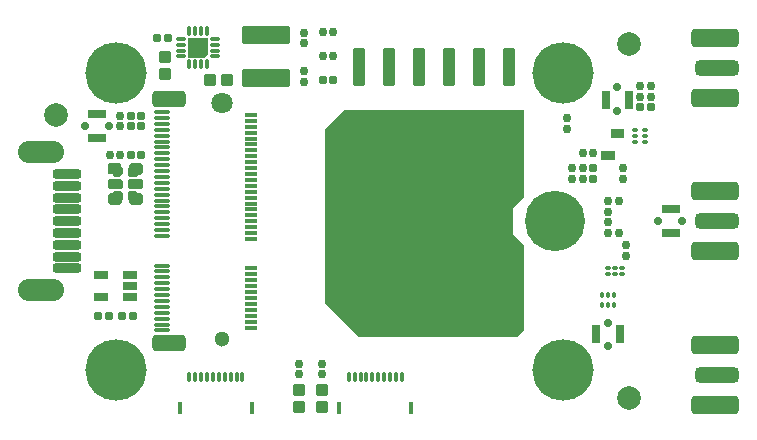
<source format=gts>
G04*
G04 #@! TF.GenerationSoftware,Altium Limited,Altium Designer,20.1.12 (249)*
G04*
G04 Layer_Color=8388736*
%FSLAX44Y44*%
%MOMM*%
G71*
G04*
G04 #@! TF.SameCoordinates,A9FEEA33-96DE-4984-9D73-42BCD588803D*
G04*
G04*
G04 #@! TF.FilePolarity,Negative*
G04*
G01*
G75*
G04:AMPARAMS|DCode=47|XSize=1.6mm|YSize=0.7mm|CornerRadius=0.2mm|HoleSize=0mm|Usage=FLASHONLY|Rotation=180.000|XOffset=0mm|YOffset=0mm|HoleType=Round|Shape=RoundedRectangle|*
%AMROUNDEDRECTD47*
21,1,1.6000,0.3000,0,0,180.0*
21,1,1.2000,0.7000,0,0,180.0*
1,1,0.4000,-0.6000,0.1500*
1,1,0.4000,0.6000,0.1500*
1,1,0.4000,0.6000,-0.1500*
1,1,0.4000,-0.6000,-0.1500*
%
%ADD47ROUNDEDRECTD47*%
G04:AMPARAMS|DCode=48|XSize=0.75mm|YSize=0.6mm|CornerRadius=0.175mm|HoleSize=0mm|Usage=FLASHONLY|Rotation=180.000|XOffset=0mm|YOffset=0mm|HoleType=Round|Shape=RoundedRectangle|*
%AMROUNDEDRECTD48*
21,1,0.7500,0.2500,0,0,180.0*
21,1,0.4000,0.6000,0,0,180.0*
1,1,0.3500,-0.2000,0.1250*
1,1,0.3500,0.2000,0.1250*
1,1,0.3500,0.2000,-0.1250*
1,1,0.3500,-0.2000,-0.1250*
%
%ADD48ROUNDEDRECTD48*%
G04:AMPARAMS|DCode=49|XSize=0.65mm|YSize=0.6mm|CornerRadius=0.175mm|HoleSize=0mm|Usage=FLASHONLY|Rotation=180.000|XOffset=0mm|YOffset=0mm|HoleType=Round|Shape=RoundedRectangle|*
%AMROUNDEDRECTD49*
21,1,0.6500,0.2500,0,0,180.0*
21,1,0.3000,0.6000,0,0,180.0*
1,1,0.3500,-0.1500,0.1250*
1,1,0.3500,0.1500,0.1250*
1,1,0.3500,0.1500,-0.1250*
1,1,0.3500,-0.1500,-0.1250*
%
%ADD49ROUNDEDRECTD49*%
G04:AMPARAMS|DCode=50|XSize=1.3mm|YSize=3.7mm|CornerRadius=0.35mm|HoleSize=0mm|Usage=FLASHONLY|Rotation=90.000|XOffset=0mm|YOffset=0mm|HoleType=Round|Shape=RoundedRectangle|*
%AMROUNDEDRECTD50*
21,1,1.3000,3.0000,0,0,90.0*
21,1,0.6000,3.7000,0,0,90.0*
1,1,0.7000,1.5000,0.3000*
1,1,0.7000,1.5000,-0.3000*
1,1,0.7000,-1.5000,-0.3000*
1,1,0.7000,-1.5000,0.3000*
%
%ADD50ROUNDEDRECTD50*%
G04:AMPARAMS|DCode=51|XSize=1.6mm|YSize=4.1mm|CornerRadius=0.425mm|HoleSize=0mm|Usage=FLASHONLY|Rotation=90.000|XOffset=0mm|YOffset=0mm|HoleType=Round|Shape=RoundedRectangle|*
%AMROUNDEDRECTD51*
21,1,1.6000,3.2500,0,0,90.0*
21,1,0.7500,4.1000,0,0,90.0*
1,1,0.8500,1.6250,0.3750*
1,1,0.8500,1.6250,-0.3750*
1,1,0.8500,-1.6250,-0.3750*
1,1,0.8500,-1.6250,0.3750*
%
%ADD51ROUNDEDRECTD51*%
G04:AMPARAMS|DCode=52|XSize=0.65mm|YSize=0.65mm|CornerRadius=0.1875mm|HoleSize=0mm|Usage=FLASHONLY|Rotation=90.000|XOffset=0mm|YOffset=0mm|HoleType=Round|Shape=RoundedRectangle|*
%AMROUNDEDRECTD52*
21,1,0.6500,0.2750,0,0,90.0*
21,1,0.2750,0.6500,0,0,90.0*
1,1,0.3750,0.1375,0.1375*
1,1,0.3750,0.1375,-0.1375*
1,1,0.3750,-0.1375,-0.1375*
1,1,0.3750,-0.1375,0.1375*
%
%ADD52ROUNDEDRECTD52*%
G04:AMPARAMS|DCode=53|XSize=1.6mm|YSize=4.1mm|CornerRadius=0.275mm|HoleSize=0mm|Usage=FLASHONLY|Rotation=270.000|XOffset=0mm|YOffset=0mm|HoleType=Round|Shape=RoundedRectangle|*
%AMROUNDEDRECTD53*
21,1,1.6000,3.5500,0,0,270.0*
21,1,1.0500,4.1000,0,0,270.0*
1,1,0.5500,-1.7750,-0.5250*
1,1,0.5500,-1.7750,0.5250*
1,1,0.5500,1.7750,0.5250*
1,1,0.5500,1.7750,-0.5250*
%
%ADD53ROUNDEDRECTD53*%
G04:AMPARAMS|DCode=54|XSize=0.85mm|YSize=0.36mm|CornerRadius=0.115mm|HoleSize=0mm|Usage=FLASHONLY|Rotation=0.000|XOffset=0mm|YOffset=0mm|HoleType=Round|Shape=RoundedRectangle|*
%AMROUNDEDRECTD54*
21,1,0.8500,0.1300,0,0,0.0*
21,1,0.6200,0.3600,0,0,0.0*
1,1,0.2300,0.3100,-0.0650*
1,1,0.2300,-0.3100,-0.0650*
1,1,0.2300,-0.3100,0.0650*
1,1,0.2300,0.3100,0.0650*
%
%ADD54ROUNDEDRECTD54*%
G04:AMPARAMS|DCode=55|XSize=0.85mm|YSize=0.36mm|CornerRadius=0.115mm|HoleSize=0mm|Usage=FLASHONLY|Rotation=90.000|XOffset=0mm|YOffset=0mm|HoleType=Round|Shape=RoundedRectangle|*
%AMROUNDEDRECTD55*
21,1,0.8500,0.1300,0,0,90.0*
21,1,0.6200,0.3600,0,0,90.0*
1,1,0.2300,0.0650,0.3100*
1,1,0.2300,0.0650,-0.3100*
1,1,0.2300,-0.0650,-0.3100*
1,1,0.2300,-0.0650,0.3100*
%
%ADD55ROUNDEDRECTD55*%
%ADD56C,0.1254*%
G04:AMPARAMS|DCode=57|XSize=0.7mm|YSize=0.7mm|CornerRadius=0.2mm|HoleSize=0mm|Usage=FLASHONLY|Rotation=0.000|XOffset=0mm|YOffset=0mm|HoleType=Round|Shape=RoundedRectangle|*
%AMROUNDEDRECTD57*
21,1,0.7000,0.3000,0,0,0.0*
21,1,0.3000,0.7000,0,0,0.0*
1,1,0.4000,0.1500,-0.1500*
1,1,0.4000,-0.1500,-0.1500*
1,1,0.4000,-0.1500,0.1500*
1,1,0.4000,0.1500,0.1500*
%
%ADD57ROUNDEDRECTD57*%
G04:AMPARAMS|DCode=58|XSize=0.65mm|YSize=0.65mm|CornerRadius=0.1875mm|HoleSize=0mm|Usage=FLASHONLY|Rotation=180.000|XOffset=0mm|YOffset=0mm|HoleType=Round|Shape=RoundedRectangle|*
%AMROUNDEDRECTD58*
21,1,0.6500,0.2750,0,0,180.0*
21,1,0.2750,0.6500,0,0,180.0*
1,1,0.3750,-0.1375,0.1375*
1,1,0.3750,0.1375,0.1375*
1,1,0.3750,0.1375,-0.1375*
1,1,0.3750,-0.1375,-0.1375*
%
%ADD58ROUNDEDRECTD58*%
G04:AMPARAMS|DCode=59|XSize=0.4mm|YSize=1.1mm|CornerRadius=0.125mm|HoleSize=0mm|Usage=FLASHONLY|Rotation=0.000|XOffset=0mm|YOffset=0mm|HoleType=Round|Shape=RoundedRectangle|*
%AMROUNDEDRECTD59*
21,1,0.4000,0.8500,0,0,0.0*
21,1,0.1500,1.1000,0,0,0.0*
1,1,0.2500,0.0750,-0.4250*
1,1,0.2500,-0.0750,-0.4250*
1,1,0.2500,-0.0750,0.4250*
1,1,0.2500,0.0750,0.4250*
%
%ADD59ROUNDEDRECTD59*%
G04:AMPARAMS|DCode=60|XSize=0.4mm|YSize=0.8mm|CornerRadius=0.125mm|HoleSize=0mm|Usage=FLASHONLY|Rotation=0.000|XOffset=0mm|YOffset=0mm|HoleType=Round|Shape=RoundedRectangle|*
%AMROUNDEDRECTD60*
21,1,0.4000,0.5500,0,0,0.0*
21,1,0.1500,0.8000,0,0,0.0*
1,1,0.2500,0.0750,-0.2750*
1,1,0.2500,-0.0750,-0.2750*
1,1,0.2500,-0.0750,0.2750*
1,1,0.2500,0.0750,0.2750*
%
%ADD60ROUNDEDRECTD60*%
G04:AMPARAMS|DCode=61|XSize=1.05mm|YSize=1.1mm|CornerRadius=0.2875mm|HoleSize=0mm|Usage=FLASHONLY|Rotation=270.000|XOffset=0mm|YOffset=0mm|HoleType=Round|Shape=RoundedRectangle|*
%AMROUNDEDRECTD61*
21,1,1.0500,0.5250,0,0,270.0*
21,1,0.4750,1.1000,0,0,270.0*
1,1,0.5750,-0.2625,-0.2375*
1,1,0.5750,-0.2625,0.2375*
1,1,0.5750,0.2625,0.2375*
1,1,0.5750,0.2625,-0.2375*
%
%ADD61ROUNDEDRECTD61*%
G04:AMPARAMS|DCode=62|XSize=0.45mm|YSize=0.35mm|CornerRadius=0.0813mm|HoleSize=0mm|Usage=FLASHONLY|Rotation=270.000|XOffset=0mm|YOffset=0mm|HoleType=Round|Shape=RoundedRectangle|*
%AMROUNDEDRECTD62*
21,1,0.4500,0.1875,0,0,270.0*
21,1,0.2875,0.3500,0,0,270.0*
1,1,0.1625,-0.0938,-0.1438*
1,1,0.1625,-0.0938,0.1438*
1,1,0.1625,0.0938,0.1438*
1,1,0.1625,0.0938,-0.1438*
%
%ADD62ROUNDEDRECTD62*%
G04:AMPARAMS|DCode=63|XSize=0.45mm|YSize=0.35mm|CornerRadius=0.0813mm|HoleSize=0mm|Usage=FLASHONLY|Rotation=0.000|XOffset=0mm|YOffset=0mm|HoleType=Round|Shape=RoundedRectangle|*
%AMROUNDEDRECTD63*
21,1,0.4500,0.1875,0,0,0.0*
21,1,0.2875,0.3500,0,0,0.0*
1,1,0.1625,0.1438,-0.0938*
1,1,0.1625,-0.1438,-0.0938*
1,1,0.1625,-0.1438,0.0938*
1,1,0.1625,0.1438,0.0938*
%
%ADD63ROUNDEDRECTD63*%
G04:AMPARAMS|DCode=64|XSize=0.325mm|YSize=0.45mm|CornerRadius=0.0781mm|HoleSize=0mm|Usage=FLASHONLY|Rotation=270.000|XOffset=0mm|YOffset=0mm|HoleType=Round|Shape=RoundedRectangle|*
%AMROUNDEDRECTD64*
21,1,0.3250,0.2938,0,0,270.0*
21,1,0.1688,0.4500,0,0,270.0*
1,1,0.1563,-0.1469,-0.0844*
1,1,0.1563,-0.1469,0.0844*
1,1,0.1563,0.1469,0.0844*
1,1,0.1563,0.1469,-0.0844*
%
%ADD64ROUNDEDRECTD64*%
G04:AMPARAMS|DCode=65|XSize=1.25mm|YSize=0.7mm|CornerRadius=0.2mm|HoleSize=0mm|Usage=FLASHONLY|Rotation=180.000|XOffset=0mm|YOffset=0mm|HoleType=Round|Shape=RoundedRectangle|*
%AMROUNDEDRECTD65*
21,1,1.2500,0.3000,0,0,180.0*
21,1,0.8500,0.7000,0,0,180.0*
1,1,0.4000,-0.4250,0.1500*
1,1,0.4000,0.4250,0.1500*
1,1,0.4000,0.4250,-0.1500*
1,1,0.4000,-0.4250,-0.1500*
%
%ADD65ROUNDEDRECTD65*%
G04:AMPARAMS|DCode=66|XSize=1.15mm|YSize=0.95mm|CornerRadius=0.1988mm|HoleSize=0mm|Usage=FLASHONLY|Rotation=0.000|XOffset=0mm|YOffset=0mm|HoleType=Round|Shape=RoundedRectangle|*
%AMROUNDEDRECTD66*
21,1,1.1500,0.5525,0,0,0.0*
21,1,0.7525,0.9500,0,0,0.0*
1,1,0.3975,0.3763,-0.2763*
1,1,0.3975,-0.3763,-0.2763*
1,1,0.3975,-0.3763,0.2763*
1,1,0.3975,0.3763,0.2763*
%
%ADD66ROUNDEDRECTD66*%
G04:AMPARAMS|DCode=67|XSize=1.15mm|YSize=0.9mm|CornerRadius=0.19mm|HoleSize=0mm|Usage=FLASHONLY|Rotation=180.000|XOffset=0mm|YOffset=0mm|HoleType=Round|Shape=RoundedRectangle|*
%AMROUNDEDRECTD67*
21,1,1.1500,0.5200,0,0,180.0*
21,1,0.7700,0.9000,0,0,180.0*
1,1,0.3800,-0.3850,0.2600*
1,1,0.3800,0.3850,0.2600*
1,1,0.3800,0.3850,-0.2600*
1,1,0.3800,-0.3850,-0.2600*
%
%ADD67ROUNDEDRECTD67*%
G04:AMPARAMS|DCode=68|XSize=0.4mm|YSize=1.35mm|CornerRadius=0.125mm|HoleSize=0mm|Usage=FLASHONLY|Rotation=90.000|XOffset=0mm|YOffset=0mm|HoleType=Round|Shape=RoundedRectangle|*
%AMROUNDEDRECTD68*
21,1,0.4000,1.1000,0,0,90.0*
21,1,0.1500,1.3500,0,0,90.0*
1,1,0.2500,0.5500,0.0750*
1,1,0.2500,0.5500,-0.0750*
1,1,0.2500,-0.5500,-0.0750*
1,1,0.2500,-0.5500,0.0750*
%
%ADD68ROUNDEDRECTD68*%
G04:AMPARAMS|DCode=69|XSize=1.3mm|YSize=2.8mm|CornerRadius=0.2mm|HoleSize=0mm|Usage=FLASHONLY|Rotation=90.000|XOffset=0mm|YOffset=0mm|HoleType=Round|Shape=RoundedRectangle|*
%AMROUNDEDRECTD69*
21,1,1.3000,2.4000,0,0,90.0*
21,1,0.9000,2.8000,0,0,90.0*
1,1,0.4000,1.2000,0.4500*
1,1,0.4000,1.2000,-0.4500*
1,1,0.4000,-1.2000,-0.4500*
1,1,0.4000,-1.2000,0.4500*
%
%ADD69ROUNDEDRECTD69*%
G04:AMPARAMS|DCode=70|XSize=0.4mm|YSize=1.1mm|CornerRadius=0.125mm|HoleSize=0mm|Usage=FLASHONLY|Rotation=90.000|XOffset=0mm|YOffset=0mm|HoleType=Round|Shape=RoundedRectangle|*
%AMROUNDEDRECTD70*
21,1,0.4000,0.8500,0,0,90.0*
21,1,0.1500,1.1000,0,0,90.0*
1,1,0.2500,0.4250,0.0750*
1,1,0.2500,0.4250,-0.0750*
1,1,0.2500,-0.4250,-0.0750*
1,1,0.2500,-0.4250,0.0750*
%
%ADD70ROUNDEDRECTD70*%
G04:AMPARAMS|DCode=71|XSize=0.7mm|YSize=0.7mm|CornerRadius=0.2mm|HoleSize=0mm|Usage=FLASHONLY|Rotation=90.000|XOffset=0mm|YOffset=0mm|HoleType=Round|Shape=RoundedRectangle|*
%AMROUNDEDRECTD71*
21,1,0.7000,0.3000,0,0,90.0*
21,1,0.3000,0.7000,0,0,90.0*
1,1,0.4000,0.1500,0.1500*
1,1,0.4000,0.1500,-0.1500*
1,1,0.4000,-0.1500,-0.1500*
1,1,0.4000,-0.1500,0.1500*
%
%ADD71ROUNDEDRECTD71*%
G04:AMPARAMS|DCode=72|XSize=0.65mm|YSize=0.6mm|CornerRadius=0.175mm|HoleSize=0mm|Usage=FLASHONLY|Rotation=90.000|XOffset=0mm|YOffset=0mm|HoleType=Round|Shape=RoundedRectangle|*
%AMROUNDEDRECTD72*
21,1,0.6500,0.2500,0,0,90.0*
21,1,0.3000,0.6000,0,0,90.0*
1,1,0.3500,0.1250,0.1500*
1,1,0.3500,0.1250,-0.1500*
1,1,0.3500,-0.1250,-0.1500*
1,1,0.3500,-0.1250,0.1500*
%
%ADD72ROUNDEDRECTD72*%
G04:AMPARAMS|DCode=73|XSize=1.6mm|YSize=0.7mm|CornerRadius=0.2mm|HoleSize=0mm|Usage=FLASHONLY|Rotation=270.000|XOffset=0mm|YOffset=0mm|HoleType=Round|Shape=RoundedRectangle|*
%AMROUNDEDRECTD73*
21,1,1.6000,0.3000,0,0,270.0*
21,1,1.2000,0.7000,0,0,270.0*
1,1,0.4000,-0.1500,-0.6000*
1,1,0.4000,-0.1500,0.6000*
1,1,0.4000,0.1500,0.6000*
1,1,0.4000,0.1500,-0.6000*
%
%ADD73ROUNDEDRECTD73*%
G04:AMPARAMS|DCode=74|XSize=0.75mm|YSize=0.6mm|CornerRadius=0.175mm|HoleSize=0mm|Usage=FLASHONLY|Rotation=90.000|XOffset=0mm|YOffset=0mm|HoleType=Round|Shape=RoundedRectangle|*
%AMROUNDEDRECTD74*
21,1,0.7500,0.2500,0,0,90.0*
21,1,0.4000,0.6000,0,0,90.0*
1,1,0.3500,0.1250,0.2000*
1,1,0.3500,0.1250,-0.2000*
1,1,0.3500,-0.1250,-0.2000*
1,1,0.3500,-0.1250,0.2000*
%
%ADD74ROUNDEDRECTD74*%
G04:AMPARAMS|DCode=75|XSize=1.05mm|YSize=1.1mm|CornerRadius=0.2875mm|HoleSize=0mm|Usage=FLASHONLY|Rotation=0.000|XOffset=0mm|YOffset=0mm|HoleType=Round|Shape=RoundedRectangle|*
%AMROUNDEDRECTD75*
21,1,1.0500,0.5250,0,0,0.0*
21,1,0.4750,1.1000,0,0,0.0*
1,1,0.5750,0.2375,-0.2625*
1,1,0.5750,-0.2375,-0.2625*
1,1,0.5750,-0.2375,0.2625*
1,1,0.5750,0.2375,0.2625*
%
%ADD75ROUNDEDRECTD75*%
G04:AMPARAMS|DCode=76|XSize=1.1mm|YSize=3.3mm|CornerRadius=0.3mm|HoleSize=0mm|Usage=FLASHONLY|Rotation=0.000|XOffset=0mm|YOffset=0mm|HoleType=Round|Shape=RoundedRectangle|*
%AMROUNDEDRECTD76*
21,1,1.1000,2.7000,0,0,0.0*
21,1,0.5000,3.3000,0,0,0.0*
1,1,0.6000,0.2500,-1.3500*
1,1,0.6000,-0.2500,-1.3500*
1,1,0.6000,-0.2500,1.3500*
1,1,0.6000,0.2500,1.3500*
%
%ADD76ROUNDEDRECTD76*%
G04:AMPARAMS|DCode=77|XSize=0.9mm|YSize=0.8mm|CornerRadius=0.1725mm|HoleSize=0mm|Usage=FLASHONLY|Rotation=0.000|XOffset=0mm|YOffset=0mm|HoleType=Round|Shape=RoundedRectangle|*
%AMROUNDEDRECTD77*
21,1,0.9000,0.4550,0,0,0.0*
21,1,0.5550,0.8000,0,0,0.0*
1,1,0.3450,0.2775,-0.2275*
1,1,0.3450,-0.2775,-0.2275*
1,1,0.3450,-0.2775,0.2275*
1,1,0.3450,0.2775,0.2275*
%
%ADD77ROUNDEDRECTD77*%
G04:AMPARAMS|DCode=78|XSize=0.8mm|YSize=2.4mm|CornerRadius=0.225mm|HoleSize=0mm|Usage=FLASHONLY|Rotation=270.000|XOffset=0mm|YOffset=0mm|HoleType=Round|Shape=RoundedRectangle|*
%AMROUNDEDRECTD78*
21,1,0.8000,1.9500,0,0,270.0*
21,1,0.3500,2.4000,0,0,270.0*
1,1,0.4500,-0.9750,-0.1750*
1,1,0.4500,-0.9750,0.1750*
1,1,0.4500,0.9750,0.1750*
1,1,0.4500,0.9750,-0.1750*
%
%ADD78ROUNDEDRECTD78*%
%ADD79C,2.0000*%
%ADD80C,5.2000*%
%ADD81C,1.3000*%
%ADD82C,1.8000*%
%ADD83C,5.1000*%
%ADD84O,3.9000X1.9000*%
G36*
X168078Y325494D02*
X168155Y325476D01*
X168227Y325446D01*
X168294Y325405D01*
X168354Y325354D01*
X168405Y325294D01*
X168446Y325227D01*
X168476Y325155D01*
X168494Y325078D01*
X168500Y311500D01*
X165500Y308500D01*
X152000D01*
X151922Y308506D01*
X151845Y308524D01*
X151773Y308554D01*
X151706Y308595D01*
X151646Y308646D01*
X151595Y308706D01*
X151554Y308773D01*
X151524Y308845D01*
X151506Y308922D01*
X151500Y325000D01*
X151506Y325078D01*
X151524Y325155D01*
X151554Y325227D01*
X151595Y325294D01*
X151646Y325354D01*
X151706Y325405D01*
X151773Y325446D01*
X151845Y325476D01*
X151922Y325494D01*
X152000Y325500D01*
X168000D01*
X168078Y325494D01*
D02*
G37*
G36*
X520750Y240750D02*
X509250D01*
Y248250D01*
X520750D01*
Y240750D01*
D02*
G37*
G36*
X512750Y221750D02*
X501250D01*
Y229250D01*
X512750D01*
Y221750D01*
D02*
G37*
G36*
X93012Y219252D02*
X93159Y219253D01*
X93159D01*
X93159D01*
X93197Y219249D01*
X93257Y219243D01*
X93257Y219243D01*
X93257D01*
X93544Y219186D01*
X93639Y219157D01*
X93639Y219157D01*
X93909Y219045D01*
X93909Y219045D01*
X93996Y218999D01*
X94240Y218836D01*
X94240Y218836D01*
X94302Y218784D01*
X94316Y218773D01*
Y218773D01*
X94316D01*
X94523Y218566D01*
X94523Y218566D01*
X94586Y218490D01*
X94748Y218246D01*
X94795Y218159D01*
X94795Y218159D01*
X94907Y217889D01*
D01*
X94907Y217889D01*
X94918Y217852D01*
X94935Y217794D01*
Y217794D01*
X94993Y217507D01*
X95002Y217409D01*
Y217409D01*
Y217409D01*
X95002Y217265D01*
X95002Y217263D01*
X95002Y215574D01*
X95269D01*
X95269D01*
D01*
X95367Y215564D01*
X95461Y215536D01*
X95911Y215349D01*
X95958Y215324D01*
X95998Y215303D01*
X96074Y215240D01*
X96419Y214896D01*
X96481Y214820D01*
X96503Y214779D01*
X96528Y214733D01*
X96714Y214283D01*
X96743Y214188D01*
X96752Y214090D01*
D01*
Y214090D01*
Y213847D01*
X96752Y211572D01*
X96752Y211453D01*
Y211453D01*
Y211453D01*
X96749Y211424D01*
X96743Y211355D01*
X96743Y211355D01*
X96696Y211122D01*
X96696Y211121D01*
X96676Y211056D01*
X96668Y211027D01*
X96668Y211027D01*
D01*
X96577Y210807D01*
X96530Y210721D01*
X96398Y210523D01*
X96398Y210523D01*
X96398Y210523D01*
X96388Y210511D01*
X96336Y210447D01*
X96335Y210447D01*
X96252Y210363D01*
X96252Y210363D01*
X93959Y208070D01*
X93959Y208070D01*
X93959Y208070D01*
X93875Y207986D01*
X93841Y207959D01*
X93799Y207923D01*
X93601Y207791D01*
X93514Y207745D01*
X93294Y207654D01*
X93294Y207654D01*
X93244Y207638D01*
X93200Y207625D01*
X93200D01*
X92967Y207579D01*
X92967Y207579D01*
X92869Y207569D01*
X89231D01*
X89133Y207579D01*
X89039Y207607D01*
X88589Y207794D01*
X88589Y207794D01*
X88502Y207840D01*
X88426Y207903D01*
X88081Y208247D01*
X88019Y208324D01*
X87989Y208380D01*
X87972Y208410D01*
X87786Y208861D01*
X87757Y208955D01*
X87748Y209053D01*
Y209297D01*
Y209748D01*
X85487Y209748D01*
X85341Y209748D01*
X85243Y209757D01*
X85243Y209757D01*
X84956Y209814D01*
X84956D01*
X84861Y209843D01*
X84591Y209955D01*
X84504Y210002D01*
X84260Y210164D01*
X84184Y210227D01*
X83977Y210434D01*
X83914Y210510D01*
X83751Y210754D01*
X83751Y210754D01*
X83705Y210841D01*
X83593Y211111D01*
X83578Y211162D01*
X83564Y211206D01*
X83507Y211493D01*
X83507Y211493D01*
X83501Y211556D01*
X83497Y211591D01*
Y211591D01*
Y211591D01*
X83497Y211737D01*
X83497Y211738D01*
Y217263D01*
Y217409D01*
X83507Y217507D01*
X83507Y217507D01*
X83564Y217795D01*
X83593Y217889D01*
X83593Y217889D01*
X83705Y218159D01*
X83705Y218160D01*
X83751Y218246D01*
X83914Y218490D01*
X83977Y218566D01*
X83977D01*
Y218566D01*
X84184Y218773D01*
X84201Y218787D01*
X84260Y218836D01*
X84504Y218999D01*
X84591Y219045D01*
D01*
X84591Y219045D01*
X84861Y219157D01*
X84898Y219168D01*
X84956Y219186D01*
X85243Y219243D01*
X85243Y219243D01*
X85306Y219249D01*
X85341Y219252D01*
X85341D01*
X85341D01*
X85487Y219252D01*
X85487Y219253D01*
X93012Y219252D01*
D02*
G37*
G36*
X435500Y189543D02*
X426753Y180796D01*
X426753Y158684D01*
X435499Y149936D01*
X435500Y77722D01*
X429744Y71965D01*
X295769Y71965D01*
X267544Y100191D01*
X267544Y248147D01*
X283202Y263804D01*
X435500Y263805D01*
X435500Y189543D01*
D02*
G37*
D47*
X560000Y160000D02*
D03*
Y180000D02*
D03*
X74500Y260500D02*
D03*
X74500Y240500D02*
D03*
D48*
X569750Y170000D02*
D03*
X84250Y250500D02*
D03*
D49*
X549750Y170000D02*
D03*
X64250Y250500D02*
D03*
D50*
X599500Y300000D02*
D03*
Y170000D02*
D03*
Y40000D02*
D03*
D51*
X597500Y325500D02*
D03*
Y274500D02*
D03*
Y195500D02*
D03*
Y144500D02*
D03*
Y65500D02*
D03*
Y14500D02*
D03*
D52*
X250000Y329500D02*
D03*
Y320500D02*
D03*
X250000Y288000D02*
D03*
Y297000D02*
D03*
X472500Y257000D02*
D03*
Y248000D02*
D03*
X522500Y140500D02*
D03*
Y149500D02*
D03*
X519500Y215000D02*
D03*
Y206000D02*
D03*
X485500Y215000D02*
D03*
Y206000D02*
D03*
X476500D02*
D03*
Y215000D02*
D03*
X507000Y169000D02*
D03*
Y178000D02*
D03*
X265000Y40500D02*
D03*
Y49500D02*
D03*
X245000Y40500D02*
D03*
Y49500D02*
D03*
X94000Y250500D02*
D03*
X94000Y259500D02*
D03*
D53*
X217500Y291500D02*
D03*
Y327500D02*
D03*
D54*
X174250Y309500D02*
D03*
Y314500D02*
D03*
Y319500D02*
D03*
Y324500D02*
D03*
X145750D02*
D03*
Y319500D02*
D03*
Y314500D02*
D03*
Y309500D02*
D03*
D55*
X167500Y331250D02*
D03*
X162500D02*
D03*
X157500D02*
D03*
X152500D02*
D03*
Y302750D02*
D03*
X157500D02*
D03*
X162500D02*
D03*
X167500D02*
D03*
D56*
X160000Y317000D02*
D03*
X89250Y214500D02*
D03*
X92250Y211572D02*
D03*
D57*
X274500Y290000D02*
D03*
X265500D02*
D03*
X134500Y325000D02*
D03*
X125500D02*
D03*
X534500Y266500D02*
D03*
X543500D02*
D03*
X95500Y90000D02*
D03*
X104500D02*
D03*
X84500D02*
D03*
X75500D02*
D03*
X112000Y226000D02*
D03*
X103000D02*
D03*
X103000Y250500D02*
D03*
X112000D02*
D03*
X103000Y259500D02*
D03*
X112000Y259500D02*
D03*
D58*
X265500Y310000D02*
D03*
X274500D02*
D03*
Y330000D02*
D03*
X265500D02*
D03*
X534500Y275500D02*
D03*
X543500D02*
D03*
X543500Y284500D02*
D03*
X534500D02*
D03*
X485500Y227500D02*
D03*
X494500D02*
D03*
X516000Y187000D02*
D03*
X507000D02*
D03*
X516000Y160000D02*
D03*
X507000D02*
D03*
X94000Y226000D02*
D03*
X85000D02*
D03*
D59*
X144600Y11500D02*
D03*
X205400D02*
D03*
X279600D02*
D03*
X340400D02*
D03*
D60*
X187500Y38000D02*
D03*
X182500D02*
D03*
X177500D02*
D03*
X172500D02*
D03*
X167500D02*
D03*
X162500D02*
D03*
X157500D02*
D03*
X152500D02*
D03*
X192500D02*
D03*
X197500D02*
D03*
X322500D02*
D03*
X317500D02*
D03*
X312500D02*
D03*
X307500D02*
D03*
X302500D02*
D03*
X297500D02*
D03*
X292500D02*
D03*
X287500D02*
D03*
X327500D02*
D03*
X332500D02*
D03*
D61*
X265000Y12900D02*
D03*
Y27100D02*
D03*
X245000Y12900D02*
D03*
Y27100D02*
D03*
X131999Y309054D02*
D03*
Y294854D02*
D03*
D62*
X512000Y98750D02*
D03*
X507000D02*
D03*
X502000D02*
D03*
Y107250D02*
D03*
X507000D02*
D03*
X512000D02*
D03*
D63*
X538250Y247500D02*
D03*
Y242500D02*
D03*
Y237500D02*
D03*
X529750D02*
D03*
Y242500D02*
D03*
Y247500D02*
D03*
D64*
X507050Y125550D02*
D03*
X512750D02*
D03*
X518450D02*
D03*
Y130000D02*
D03*
X512750D02*
D03*
X507050D02*
D03*
D65*
X77500Y124500D02*
D03*
Y105500D02*
D03*
X102500D02*
D03*
Y124500D02*
D03*
Y115000D02*
D03*
D66*
X107750Y188500D02*
D03*
Y214500D02*
D03*
X89250Y188500D02*
D03*
D67*
Y201500D02*
D03*
X107750D02*
D03*
D68*
X129250Y107500D02*
D03*
Y132500D02*
D03*
Y127500D02*
D03*
Y112500D02*
D03*
Y122500D02*
D03*
Y117500D02*
D03*
Y77500D02*
D03*
Y92500D02*
D03*
Y102500D02*
D03*
Y97500D02*
D03*
Y87500D02*
D03*
Y82500D02*
D03*
Y217500D02*
D03*
Y227500D02*
D03*
Y222500D02*
D03*
Y202500D02*
D03*
Y212500D02*
D03*
Y207500D02*
D03*
Y252500D02*
D03*
Y262500D02*
D03*
Y257500D02*
D03*
Y237500D02*
D03*
Y232500D02*
D03*
Y247500D02*
D03*
Y242500D02*
D03*
Y172500D02*
D03*
Y182500D02*
D03*
Y177500D02*
D03*
Y157500D02*
D03*
Y167500D02*
D03*
Y162500D02*
D03*
Y197500D02*
D03*
Y192500D02*
D03*
Y187500D02*
D03*
D69*
X135000Y66500D02*
D03*
Y273500D02*
D03*
D70*
X204500Y155000D02*
D03*
Y90000D02*
D03*
Y100000D02*
D03*
Y95000D02*
D03*
Y85000D02*
D03*
Y80000D02*
D03*
Y120000D02*
D03*
Y130000D02*
D03*
Y125000D02*
D03*
Y105000D02*
D03*
Y115000D02*
D03*
Y110000D02*
D03*
Y240000D02*
D03*
Y250000D02*
D03*
Y245000D02*
D03*
Y225000D02*
D03*
Y235000D02*
D03*
Y230000D02*
D03*
Y260000D02*
D03*
Y255000D02*
D03*
Y180000D02*
D03*
Y190000D02*
D03*
Y185000D02*
D03*
Y165000D02*
D03*
Y160000D02*
D03*
Y175000D02*
D03*
Y170000D02*
D03*
Y210000D02*
D03*
Y220000D02*
D03*
Y215000D02*
D03*
Y200000D02*
D03*
Y195000D02*
D03*
Y205000D02*
D03*
D71*
X494500Y215000D02*
D03*
Y206000D02*
D03*
D72*
X515000Y283250D02*
D03*
X507000Y64250D02*
D03*
D73*
X525000Y273000D02*
D03*
X505000D02*
D03*
X517000Y74500D02*
D03*
X497000D02*
D03*
D74*
X515000Y263250D02*
D03*
X507000Y84250D02*
D03*
D75*
X184600Y290000D02*
D03*
X170400D02*
D03*
D76*
X423500Y301000D02*
D03*
X372700D02*
D03*
X398100D02*
D03*
X347300D02*
D03*
X321900D02*
D03*
X296500D02*
D03*
D77*
X104750Y191572D02*
D03*
Y211572D02*
D03*
X92250Y191572D02*
D03*
Y201572D02*
D03*
X104750D02*
D03*
D78*
X49000Y170000D02*
D03*
Y160000D02*
D03*
Y150000D02*
D03*
Y140000D02*
D03*
Y130000D02*
D03*
Y210000D02*
D03*
Y200000D02*
D03*
Y190000D02*
D03*
Y180000D02*
D03*
D79*
X525000Y20000D02*
D03*
Y320000D02*
D03*
X40000Y260000D02*
D03*
D80*
X90750Y295700D02*
D03*
X469250Y44300D02*
D03*
X90750D02*
D03*
X469250Y295700D02*
D03*
D81*
X180000Y70000D02*
D03*
D82*
Y270000D02*
D03*
D83*
X462500Y170000D02*
D03*
D84*
X27000Y228500D02*
D03*
Y111500D02*
D03*
M02*

</source>
